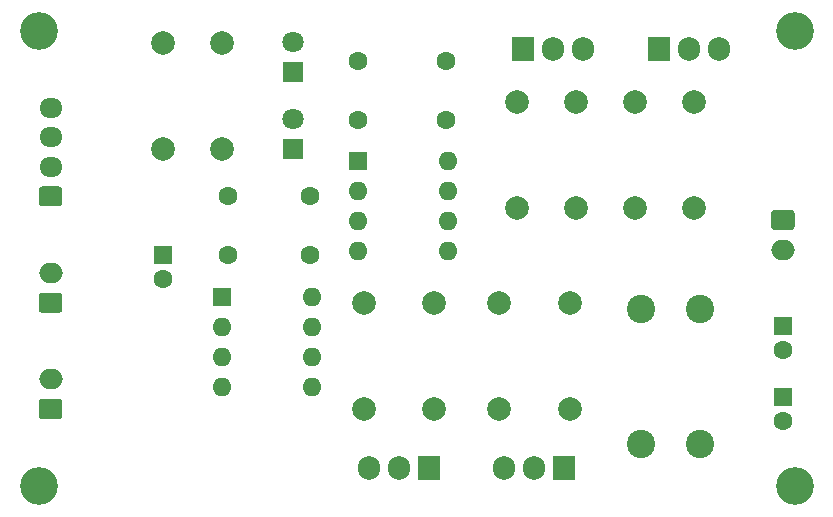
<source format=gbr>
G04 #@! TF.GenerationSoftware,KiCad,Pcbnew,5.1.10-88a1d61d58~90~ubuntu20.04.1*
G04 #@! TF.CreationDate,2022-01-16T22:24:50+00:00*
G04 #@! TF.ProjectId,driver,64726976-6572-42e6-9b69-6361645f7063,rev?*
G04 #@! TF.SameCoordinates,Original*
G04 #@! TF.FileFunction,Soldermask,Top*
G04 #@! TF.FilePolarity,Negative*
%FSLAX46Y46*%
G04 Gerber Fmt 4.6, Leading zero omitted, Abs format (unit mm)*
G04 Created by KiCad (PCBNEW 5.1.10-88a1d61d58~90~ubuntu20.04.1) date 2022-01-16 22:24:50*
%MOMM*%
%LPD*%
G01*
G04 APERTURE LIST*
%ADD10O,2.000000X1.700000*%
%ADD11C,3.200000*%
%ADD12O,1.600000X1.600000*%
%ADD13R,1.600000X1.600000*%
%ADD14C,2.000000*%
%ADD15O,1.905000X2.000000*%
%ADD16R,1.905000X2.000000*%
%ADD17C,2.400000*%
%ADD18O,1.950000X1.700000*%
%ADD19C,1.800000*%
%ADD20R,1.800000X1.800000*%
%ADD21C,1.600000*%
G04 APERTURE END LIST*
D10*
X128500000Y-95000000D03*
G36*
G01*
X129250000Y-98350000D02*
X127750000Y-98350000D01*
G75*
G02*
X127500000Y-98100000I0J250000D01*
G01*
X127500000Y-96900000D01*
G75*
G02*
X127750000Y-96650000I250000J0D01*
G01*
X129250000Y-96650000D01*
G75*
G02*
X129500000Y-96900000I0J-250000D01*
G01*
X129500000Y-98100000D01*
G75*
G02*
X129250000Y-98350000I-250000J0D01*
G01*
G37*
D11*
X127500000Y-113000000D03*
X127500000Y-74500000D03*
X191500000Y-74500000D03*
X191500000Y-113000000D03*
D12*
X162120000Y-85500000D03*
X154500000Y-93120000D03*
X162120000Y-88040000D03*
X154500000Y-90580000D03*
X162120000Y-90580000D03*
X154500000Y-88040000D03*
X162120000Y-93120000D03*
D13*
X154500000Y-85500000D03*
D12*
X150620000Y-97000000D03*
X143000000Y-104620000D03*
X150620000Y-99540000D03*
X143000000Y-102080000D03*
X150620000Y-102080000D03*
X143000000Y-99540000D03*
X150620000Y-104620000D03*
D13*
X143000000Y-97000000D03*
D14*
X138000000Y-84500000D03*
X138000000Y-75500000D03*
X143000000Y-75500000D03*
X143000000Y-84500000D03*
X183000000Y-80500000D03*
X183000000Y-89500000D03*
X172500000Y-106500000D03*
X172500000Y-97500000D03*
X178000000Y-80500000D03*
X178000000Y-89500000D03*
X166500000Y-106500000D03*
X166500000Y-97500000D03*
X168000000Y-80500000D03*
X168000000Y-89500000D03*
X161000000Y-106500000D03*
X161000000Y-97500000D03*
X173000000Y-89500000D03*
X173000000Y-80500000D03*
X155000000Y-106500000D03*
X155000000Y-97500000D03*
D15*
X185080000Y-76000000D03*
X182540000Y-76000000D03*
D16*
X180000000Y-76000000D03*
D15*
X166920000Y-111500000D03*
X169460000Y-111500000D03*
D16*
X172000000Y-111500000D03*
D15*
X173580000Y-76000000D03*
X171040000Y-76000000D03*
D16*
X168500000Y-76000000D03*
D15*
X155420000Y-111500000D03*
X157960000Y-111500000D03*
D16*
X160500000Y-111500000D03*
D17*
X183500000Y-98000000D03*
X178500000Y-98000000D03*
X183500000Y-109500000D03*
X178500000Y-109500000D03*
D10*
X190500000Y-93000000D03*
G36*
G01*
X189750000Y-89650000D02*
X191250000Y-89650000D01*
G75*
G02*
X191500000Y-89900000I0J-250000D01*
G01*
X191500000Y-91100000D01*
G75*
G02*
X191250000Y-91350000I-250000J0D01*
G01*
X189750000Y-91350000D01*
G75*
G02*
X189500000Y-91100000I0J250000D01*
G01*
X189500000Y-89900000D01*
G75*
G02*
X189750000Y-89650000I250000J0D01*
G01*
G37*
D18*
X128500000Y-81000000D03*
X128500000Y-83500000D03*
X128500000Y-86000000D03*
G36*
G01*
X129225000Y-89350000D02*
X127775000Y-89350000D01*
G75*
G02*
X127525000Y-89100000I0J250000D01*
G01*
X127525000Y-87900000D01*
G75*
G02*
X127775000Y-87650000I250000J0D01*
G01*
X129225000Y-87650000D01*
G75*
G02*
X129475000Y-87900000I0J-250000D01*
G01*
X129475000Y-89100000D01*
G75*
G02*
X129225000Y-89350000I-250000J0D01*
G01*
G37*
D10*
X128500000Y-104000000D03*
G36*
G01*
X129250000Y-107350000D02*
X127750000Y-107350000D01*
G75*
G02*
X127500000Y-107100000I0J250000D01*
G01*
X127500000Y-105900000D01*
G75*
G02*
X127750000Y-105650000I250000J0D01*
G01*
X129250000Y-105650000D01*
G75*
G02*
X129500000Y-105900000I0J-250000D01*
G01*
X129500000Y-107100000D01*
G75*
G02*
X129250000Y-107350000I-250000J0D01*
G01*
G37*
D19*
X149000000Y-81960000D03*
D20*
X149000000Y-84500000D03*
D19*
X149000000Y-75460000D03*
D20*
X149000000Y-78000000D03*
D21*
X154500000Y-77000000D03*
X154500000Y-82000000D03*
X150500000Y-88500000D03*
X150500000Y-93500000D03*
X190500000Y-101500000D03*
D13*
X190500000Y-99500000D03*
D21*
X190500000Y-107500000D03*
D13*
X190500000Y-105500000D03*
D21*
X162000000Y-77000000D03*
X162000000Y-82000000D03*
X143500000Y-88500000D03*
X143500000Y-93500000D03*
D13*
X138000000Y-93500000D03*
D21*
X138000000Y-95500000D03*
M02*

</source>
